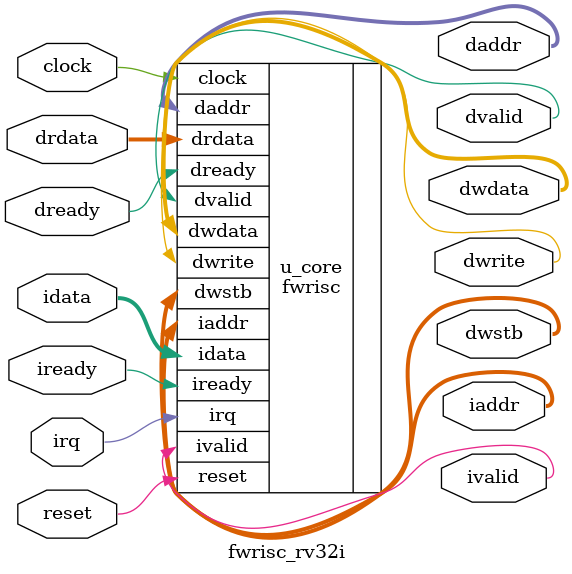
<source format=sv>
module fwrisc_rv32i #(
    parameter[31:0] VENDORID = 0,
    parameter[31:0] ARCHID = 0,
    parameter[31:0] IMPID = 0,
    parameter[31:0] HARTID = 0
    )(
    input clock,
    input reset,
    output[31:0] iaddr,
    input[31:0] idata,
    output ivalid,
    input iready,
    output dvalid,
    output[31:0] daddr,
    output[31:0] dwdata,
    output[3:0] dwstb,
    output dwrite,
    input[31:0] drdata,
    input dready,
    input irq);
    fwrisc #(
        .ENABLE_COMPRESSED(0), 
        .ENABLE_MUL_DIV(0), 
        .ENABLE_DEP(0), 
        .ENABLE_COUNTERS(1),
        .VENDORID(VENDORID),
        .ARCHID(ARCHID),
        .IMPID(IMPID),
        .HARTID(HARTID)
    ) u_core (
        .clock(clock), 
        .reset(reset), 
        .iaddr(iaddr), 
        .idata(idata), 
        .ivalid(ivalid), 
        .iready(iready), 
        .dvalid(dvalid), 
        .daddr(daddr), 
        .dwdata(dwdata), 
        .dwstb(dwstb), 
        .dwrite(dwrite), 
        .drdata(drdata), 
        .dready(dready),
        .irq (irq));
endmodule
</source>
